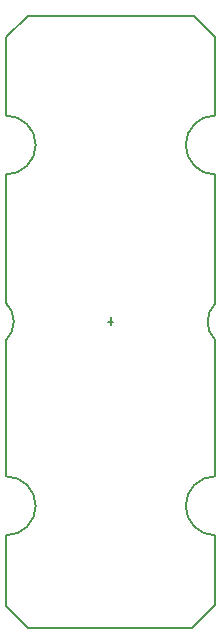
<source format=gbr>
G04 #@! TF.FileFunction,Profile,NP*
%FSLAX46Y46*%
G04 Gerber Fmt 4.6, Leading zero omitted, Abs format (unit mm)*
G04 Created by KiCad (PCBNEW 4.0.4-stable) date 12/28/16 17:07:54*
%MOMM*%
%LPD*%
G01*
G04 APERTURE LIST*
%ADD10C,0.100000*%
%ADD11C,0.150000*%
G04 APERTURE END LIST*
D10*
D11*
X159760000Y-104600000D02*
X159760000Y-104580000D01*
X151200000Y-80500000D02*
X150775000Y-80500000D01*
X151000000Y-80825000D02*
X151000000Y-80100000D01*
X159850000Y-68050000D02*
X159850000Y-78975000D01*
X159825000Y-93575000D02*
X159825000Y-82050000D01*
X142150000Y-93600000D02*
X142150000Y-82050000D01*
X142150000Y-68050000D02*
X142150000Y-78950000D01*
X143975000Y-54600000D02*
X158025000Y-54600000D01*
X142150000Y-56425000D02*
X143975000Y-54600000D01*
X142150000Y-63050000D02*
X142150000Y-56450000D01*
X159850000Y-56425000D02*
X158025000Y-54600000D01*
X159850000Y-56425000D02*
X159850000Y-63050000D01*
X142150000Y-104550000D02*
X142150000Y-98600000D01*
X159850000Y-98600000D02*
X159850000Y-104500000D01*
X157350000Y-65550000D02*
G75*
G03X159850000Y-68050000I2500000J0D01*
G01*
X142150000Y-68050000D02*
G75*
G03X144650000Y-65550000I0J2500000D01*
G01*
X144650000Y-65550000D02*
G75*
G03X142150000Y-63050000I-2500000J0D01*
G01*
X159850000Y-63050000D02*
G75*
G03X157350000Y-65550000I0J-2500000D01*
G01*
X157350000Y-96100000D02*
G75*
G03X159850000Y-98600000I2500000J0D01*
G01*
X159825000Y-93600000D02*
G75*
G03X157350000Y-96125000I25000J-2500000D01*
G01*
X142150000Y-98600000D02*
G75*
G03X144650000Y-96100000I0J2500000D01*
G01*
X144650000Y-96100000D02*
G75*
G03X142150000Y-93600000I-2500000J0D01*
G01*
X142150000Y-104550000D02*
X144025000Y-106425000D01*
X157925000Y-106425000D02*
X144050000Y-106425000D01*
X157925000Y-106425000D02*
X159850000Y-104500000D01*
X159825000Y-79000000D02*
G75*
G03X159850000Y-82075000I1550000J-1525000D01*
G01*
X142175000Y-82025000D02*
G75*
G03X142150000Y-78950000I-1550000J1525000D01*
G01*
M02*

</source>
